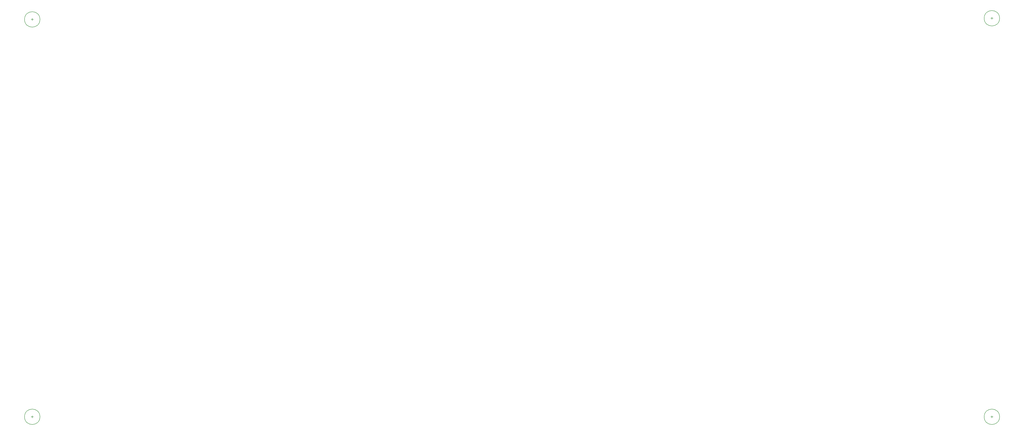
<source format=gbr>
%TF.GenerationSoftware,Altium Limited,Altium Designer,21.6.4 (81)*%
G04 Layer_Color=0*
%FSLAX26Y26*%
%MOIN*%
%TF.SameCoordinates,892991E7-994B-4F78-B437-02A20B6E2807*%
%TF.FilePolarity,Positive*%
%TF.FileFunction,Other,Bottom_Courtyard*%
%TF.Part,Single*%
G01*
G75*
%TA.AperFunction,NonConductor*%
%ADD131C,0.005000*%
D131*
X433858Y300000D02*
G03*
X433858Y300000I-133858J0D01*
G01*
Y7200000D02*
G03*
X433858Y7200000I-133858J0D01*
G01*
X17083858Y7220000D02*
G03*
X17083858Y7220000I-133858J0D01*
G01*
Y300000D02*
G03*
X17083858Y300000I-133858J0D01*
G01*
X280000D02*
X320000D01*
X300000Y280000D02*
Y320000D01*
X280000Y7200000D02*
X320000D01*
X300000Y7180000D02*
Y7220000D01*
X16950001Y7200000D02*
Y7240000D01*
X16930000Y7220000D02*
X16969999D01*
X16930000Y300000D02*
X16969999D01*
X16950001Y280000D02*
Y320000D01*
%TF.MD5,f2b2dbbf59b8f44ca264e3d1917f9cf1*%
M02*

</source>
